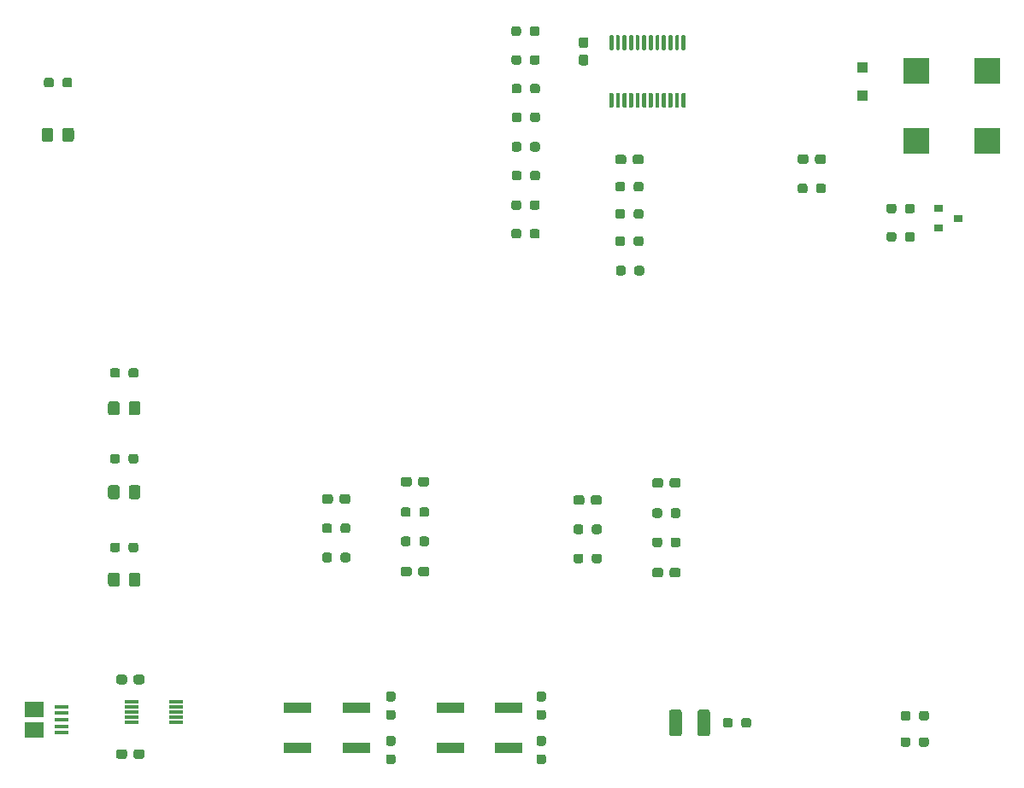
<source format=gbr>
%TF.GenerationSoftware,KiCad,Pcbnew,(5.1.9-0-10_14)*%
%TF.CreationDate,2021-03-10T21:41:09+01:00*%
%TF.ProjectId,MC5000_Board,4d433530-3030-45f4-926f-6172642e6b69,rev?*%
%TF.SameCoordinates,Original*%
%TF.FileFunction,Paste,Top*%
%TF.FilePolarity,Positive*%
%FSLAX46Y46*%
G04 Gerber Fmt 4.6, Leading zero omitted, Abs format (unit mm)*
G04 Created by KiCad (PCBNEW (5.1.9-0-10_14)) date 2021-03-10 21:41:09*
%MOMM*%
%LPD*%
G01*
G04 APERTURE LIST*
%ADD10R,0.900000X0.800000*%
%ADD11R,1.400000X0.300000*%
%ADD12R,2.800000X1.000000*%
%ADD13R,1.100000X1.100000*%
%ADD14R,2.500000X2.500000*%
%ADD15R,1.900000X1.500000*%
%ADD16R,1.350000X0.400000*%
G04 APERTURE END LIST*
D10*
%TO.C,Q1*%
X143130000Y-61950000D03*
X141130000Y-62900000D03*
X141130000Y-61000000D03*
%TD*%
D11*
%TO.C,U5*%
X61200000Y-111900000D03*
X61200000Y-111400000D03*
X61200000Y-110900000D03*
X61200000Y-110400000D03*
X61200000Y-109900000D03*
X65600000Y-109900000D03*
X65600000Y-110400000D03*
X65600000Y-110900000D03*
X65600000Y-111400000D03*
X65600000Y-111900000D03*
%TD*%
%TO.C,R27*%
G36*
G01*
X111025000Y-67387500D02*
X111025000Y-66912500D01*
G75*
G02*
X111262500Y-66675000I237500J0D01*
G01*
X111762500Y-66675000D01*
G75*
G02*
X112000000Y-66912500I0J-237500D01*
G01*
X112000000Y-67387500D01*
G75*
G02*
X111762500Y-67625000I-237500J0D01*
G01*
X111262500Y-67625000D01*
G75*
G02*
X111025000Y-67387500I0J237500D01*
G01*
G37*
G36*
G01*
X109200000Y-67387500D02*
X109200000Y-66912500D01*
G75*
G02*
X109437500Y-66675000I237500J0D01*
G01*
X109937500Y-66675000D01*
G75*
G02*
X110175000Y-66912500I0J-237500D01*
G01*
X110175000Y-67387500D01*
G75*
G02*
X109937500Y-67625000I-237500J0D01*
G01*
X109437500Y-67625000D01*
G75*
G02*
X109200000Y-67387500I0J237500D01*
G01*
G37*
%TD*%
%TO.C,R12*%
G36*
G01*
X129025000Y-59237500D02*
X129025000Y-58762500D01*
G75*
G02*
X129262500Y-58525000I237500J0D01*
G01*
X129762500Y-58525000D01*
G75*
G02*
X130000000Y-58762500I0J-237500D01*
G01*
X130000000Y-59237500D01*
G75*
G02*
X129762500Y-59475000I-237500J0D01*
G01*
X129262500Y-59475000D01*
G75*
G02*
X129025000Y-59237500I0J237500D01*
G01*
G37*
G36*
G01*
X127200000Y-59237500D02*
X127200000Y-58762500D01*
G75*
G02*
X127437500Y-58525000I237500J0D01*
G01*
X127937500Y-58525000D01*
G75*
G02*
X128175000Y-58762500I0J-237500D01*
G01*
X128175000Y-59237500D01*
G75*
G02*
X127937500Y-59475000I-237500J0D01*
G01*
X127437500Y-59475000D01*
G75*
G02*
X127200000Y-59237500I0J237500D01*
G01*
G37*
%TD*%
%TO.C,R26*%
G36*
G01*
X120775000Y-111762500D02*
X120775000Y-112237500D01*
G75*
G02*
X120537500Y-112475000I-237500J0D01*
G01*
X120037500Y-112475000D01*
G75*
G02*
X119800000Y-112237500I0J237500D01*
G01*
X119800000Y-111762500D01*
G75*
G02*
X120037500Y-111525000I237500J0D01*
G01*
X120537500Y-111525000D01*
G75*
G02*
X120775000Y-111762500I0J-237500D01*
G01*
G37*
G36*
G01*
X122600000Y-111762500D02*
X122600000Y-112237500D01*
G75*
G02*
X122362500Y-112475000I-237500J0D01*
G01*
X121862500Y-112475000D01*
G75*
G02*
X121625000Y-112237500I0J237500D01*
G01*
X121625000Y-111762500D01*
G75*
G02*
X121862500Y-111525000I237500J0D01*
G01*
X122362500Y-111525000D01*
G75*
G02*
X122600000Y-111762500I0J-237500D01*
G01*
G37*
%TD*%
%TO.C,R24*%
G36*
G01*
X139225000Y-114137500D02*
X139225000Y-113662500D01*
G75*
G02*
X139462500Y-113425000I237500J0D01*
G01*
X139962500Y-113425000D01*
G75*
G02*
X140200000Y-113662500I0J-237500D01*
G01*
X140200000Y-114137500D01*
G75*
G02*
X139962500Y-114375000I-237500J0D01*
G01*
X139462500Y-114375000D01*
G75*
G02*
X139225000Y-114137500I0J237500D01*
G01*
G37*
G36*
G01*
X137400000Y-114137500D02*
X137400000Y-113662500D01*
G75*
G02*
X137637500Y-113425000I237500J0D01*
G01*
X138137500Y-113425000D01*
G75*
G02*
X138375000Y-113662500I0J-237500D01*
G01*
X138375000Y-114137500D01*
G75*
G02*
X138137500Y-114375000I-237500J0D01*
G01*
X137637500Y-114375000D01*
G75*
G02*
X137400000Y-114137500I0J237500D01*
G01*
G37*
%TD*%
%TO.C,R23*%
G36*
G01*
X138375000Y-111062500D02*
X138375000Y-111537500D01*
G75*
G02*
X138137500Y-111775000I-237500J0D01*
G01*
X137637500Y-111775000D01*
G75*
G02*
X137400000Y-111537500I0J237500D01*
G01*
X137400000Y-111062500D01*
G75*
G02*
X137637500Y-110825000I237500J0D01*
G01*
X138137500Y-110825000D01*
G75*
G02*
X138375000Y-111062500I0J-237500D01*
G01*
G37*
G36*
G01*
X140200000Y-111062500D02*
X140200000Y-111537500D01*
G75*
G02*
X139962500Y-111775000I-237500J0D01*
G01*
X139462500Y-111775000D01*
G75*
G02*
X139225000Y-111537500I0J237500D01*
G01*
X139225000Y-111062500D01*
G75*
G02*
X139462500Y-110825000I237500J0D01*
G01*
X139962500Y-110825000D01*
G75*
G02*
X140200000Y-111062500I0J-237500D01*
G01*
G37*
%TD*%
%TO.C,D6*%
G36*
G01*
X115725000Y-110925000D02*
X115725000Y-113075000D01*
G75*
G02*
X115475000Y-113325000I-250000J0D01*
G01*
X114725000Y-113325000D01*
G75*
G02*
X114475000Y-113075000I0J250000D01*
G01*
X114475000Y-110925000D01*
G75*
G02*
X114725000Y-110675000I250000J0D01*
G01*
X115475000Y-110675000D01*
G75*
G02*
X115725000Y-110925000I0J-250000D01*
G01*
G37*
G36*
G01*
X118525000Y-110925000D02*
X118525000Y-113075000D01*
G75*
G02*
X118275000Y-113325000I-250000J0D01*
G01*
X117525000Y-113325000D01*
G75*
G02*
X117275000Y-113075000I0J250000D01*
G01*
X117275000Y-110925000D01*
G75*
G02*
X117525000Y-110675000I250000J0D01*
G01*
X118275000Y-110675000D01*
G75*
G02*
X118525000Y-110925000I0J-250000D01*
G01*
G37*
%TD*%
%TO.C,R31*%
G36*
G01*
X60925000Y-94837500D02*
X60925000Y-94362500D01*
G75*
G02*
X61162500Y-94125000I237500J0D01*
G01*
X61662500Y-94125000D01*
G75*
G02*
X61900000Y-94362500I0J-237500D01*
G01*
X61900000Y-94837500D01*
G75*
G02*
X61662500Y-95075000I-237500J0D01*
G01*
X61162500Y-95075000D01*
G75*
G02*
X60925000Y-94837500I0J237500D01*
G01*
G37*
G36*
G01*
X59100000Y-94837500D02*
X59100000Y-94362500D01*
G75*
G02*
X59337500Y-94125000I237500J0D01*
G01*
X59837500Y-94125000D01*
G75*
G02*
X60075000Y-94362500I0J-237500D01*
G01*
X60075000Y-94837500D01*
G75*
G02*
X59837500Y-95075000I-237500J0D01*
G01*
X59337500Y-95075000D01*
G75*
G02*
X59100000Y-94837500I0J237500D01*
G01*
G37*
%TD*%
%TO.C,R28*%
G36*
G01*
X60925000Y-86037500D02*
X60925000Y-85562500D01*
G75*
G02*
X61162500Y-85325000I237500J0D01*
G01*
X61662500Y-85325000D01*
G75*
G02*
X61900000Y-85562500I0J-237500D01*
G01*
X61900000Y-86037500D01*
G75*
G02*
X61662500Y-86275000I-237500J0D01*
G01*
X61162500Y-86275000D01*
G75*
G02*
X60925000Y-86037500I0J237500D01*
G01*
G37*
G36*
G01*
X59100000Y-86037500D02*
X59100000Y-85562500D01*
G75*
G02*
X59337500Y-85325000I237500J0D01*
G01*
X59837500Y-85325000D01*
G75*
G02*
X60075000Y-85562500I0J-237500D01*
G01*
X60075000Y-86037500D01*
G75*
G02*
X59837500Y-86275000I-237500J0D01*
G01*
X59337500Y-86275000D01*
G75*
G02*
X59100000Y-86037500I0J237500D01*
G01*
G37*
%TD*%
%TO.C,R25*%
G36*
G01*
X60925000Y-77537500D02*
X60925000Y-77062500D01*
G75*
G02*
X61162500Y-76825000I237500J0D01*
G01*
X61662500Y-76825000D01*
G75*
G02*
X61900000Y-77062500I0J-237500D01*
G01*
X61900000Y-77537500D01*
G75*
G02*
X61662500Y-77775000I-237500J0D01*
G01*
X61162500Y-77775000D01*
G75*
G02*
X60925000Y-77537500I0J237500D01*
G01*
G37*
G36*
G01*
X59100000Y-77537500D02*
X59100000Y-77062500D01*
G75*
G02*
X59337500Y-76825000I237500J0D01*
G01*
X59837500Y-76825000D01*
G75*
G02*
X60075000Y-77062500I0J-237500D01*
G01*
X60075000Y-77537500D01*
G75*
G02*
X59837500Y-77775000I-237500J0D01*
G01*
X59337500Y-77775000D01*
G75*
G02*
X59100000Y-77537500I0J237500D01*
G01*
G37*
%TD*%
%TO.C,R22*%
G36*
G01*
X137825000Y-61237500D02*
X137825000Y-60762500D01*
G75*
G02*
X138062500Y-60525000I237500J0D01*
G01*
X138562500Y-60525000D01*
G75*
G02*
X138800000Y-60762500I0J-237500D01*
G01*
X138800000Y-61237500D01*
G75*
G02*
X138562500Y-61475000I-237500J0D01*
G01*
X138062500Y-61475000D01*
G75*
G02*
X137825000Y-61237500I0J237500D01*
G01*
G37*
G36*
G01*
X136000000Y-61237500D02*
X136000000Y-60762500D01*
G75*
G02*
X136237500Y-60525000I237500J0D01*
G01*
X136737500Y-60525000D01*
G75*
G02*
X136975000Y-60762500I0J-237500D01*
G01*
X136975000Y-61237500D01*
G75*
G02*
X136737500Y-61475000I-237500J0D01*
G01*
X136237500Y-61475000D01*
G75*
G02*
X136000000Y-61237500I0J237500D01*
G01*
G37*
%TD*%
%TO.C,R21*%
G36*
G01*
X136975000Y-63562500D02*
X136975000Y-64037500D01*
G75*
G02*
X136737500Y-64275000I-237500J0D01*
G01*
X136237500Y-64275000D01*
G75*
G02*
X136000000Y-64037500I0J237500D01*
G01*
X136000000Y-63562500D01*
G75*
G02*
X136237500Y-63325000I237500J0D01*
G01*
X136737500Y-63325000D01*
G75*
G02*
X136975000Y-63562500I0J-237500D01*
G01*
G37*
G36*
G01*
X138800000Y-63562500D02*
X138800000Y-64037500D01*
G75*
G02*
X138562500Y-64275000I-237500J0D01*
G01*
X138062500Y-64275000D01*
G75*
G02*
X137825000Y-64037500I0J237500D01*
G01*
X137825000Y-63562500D01*
G75*
G02*
X138062500Y-63325000I237500J0D01*
G01*
X138562500Y-63325000D01*
G75*
G02*
X138800000Y-63562500I0J-237500D01*
G01*
G37*
%TD*%
D12*
%TO.C,SW2*%
X98600000Y-114500000D03*
X92800000Y-114500000D03*
X98600000Y-110500000D03*
X92800000Y-110500000D03*
%TD*%
%TO.C,R35*%
G36*
G01*
X101562500Y-110725000D02*
X102037500Y-110725000D01*
G75*
G02*
X102275000Y-110962500I0J-237500D01*
G01*
X102275000Y-111462500D01*
G75*
G02*
X102037500Y-111700000I-237500J0D01*
G01*
X101562500Y-111700000D01*
G75*
G02*
X101325000Y-111462500I0J237500D01*
G01*
X101325000Y-110962500D01*
G75*
G02*
X101562500Y-110725000I237500J0D01*
G01*
G37*
G36*
G01*
X101562500Y-108900000D02*
X102037500Y-108900000D01*
G75*
G02*
X102275000Y-109137500I0J-237500D01*
G01*
X102275000Y-109637500D01*
G75*
G02*
X102037500Y-109875000I-237500J0D01*
G01*
X101562500Y-109875000D01*
G75*
G02*
X101325000Y-109637500I0J237500D01*
G01*
X101325000Y-109137500D01*
G75*
G02*
X101562500Y-108900000I237500J0D01*
G01*
G37*
%TD*%
%TO.C,R34*%
G36*
G01*
X102037500Y-114275000D02*
X101562500Y-114275000D01*
G75*
G02*
X101325000Y-114037500I0J237500D01*
G01*
X101325000Y-113537500D01*
G75*
G02*
X101562500Y-113300000I237500J0D01*
G01*
X102037500Y-113300000D01*
G75*
G02*
X102275000Y-113537500I0J-237500D01*
G01*
X102275000Y-114037500D01*
G75*
G02*
X102037500Y-114275000I-237500J0D01*
G01*
G37*
G36*
G01*
X102037500Y-116100000D02*
X101562500Y-116100000D01*
G75*
G02*
X101325000Y-115862500I0J237500D01*
G01*
X101325000Y-115362500D01*
G75*
G02*
X101562500Y-115125000I237500J0D01*
G01*
X102037500Y-115125000D01*
G75*
G02*
X102275000Y-115362500I0J-237500D01*
G01*
X102275000Y-115862500D01*
G75*
G02*
X102037500Y-116100000I-237500J0D01*
G01*
G37*
%TD*%
%TO.C,R33*%
G36*
G01*
X86662500Y-110725000D02*
X87137500Y-110725000D01*
G75*
G02*
X87375000Y-110962500I0J-237500D01*
G01*
X87375000Y-111462500D01*
G75*
G02*
X87137500Y-111700000I-237500J0D01*
G01*
X86662500Y-111700000D01*
G75*
G02*
X86425000Y-111462500I0J237500D01*
G01*
X86425000Y-110962500D01*
G75*
G02*
X86662500Y-110725000I237500J0D01*
G01*
G37*
G36*
G01*
X86662500Y-108900000D02*
X87137500Y-108900000D01*
G75*
G02*
X87375000Y-109137500I0J-237500D01*
G01*
X87375000Y-109637500D01*
G75*
G02*
X87137500Y-109875000I-237500J0D01*
G01*
X86662500Y-109875000D01*
G75*
G02*
X86425000Y-109637500I0J237500D01*
G01*
X86425000Y-109137500D01*
G75*
G02*
X86662500Y-108900000I237500J0D01*
G01*
G37*
%TD*%
%TO.C,R32*%
G36*
G01*
X87137500Y-114275000D02*
X86662500Y-114275000D01*
G75*
G02*
X86425000Y-114037500I0J237500D01*
G01*
X86425000Y-113537500D01*
G75*
G02*
X86662500Y-113300000I237500J0D01*
G01*
X87137500Y-113300000D01*
G75*
G02*
X87375000Y-113537500I0J-237500D01*
G01*
X87375000Y-114037500D01*
G75*
G02*
X87137500Y-114275000I-237500J0D01*
G01*
G37*
G36*
G01*
X87137500Y-116100000D02*
X86662500Y-116100000D01*
G75*
G02*
X86425000Y-115862500I0J237500D01*
G01*
X86425000Y-115362500D01*
G75*
G02*
X86662500Y-115125000I237500J0D01*
G01*
X87137500Y-115125000D01*
G75*
G02*
X87375000Y-115362500I0J-237500D01*
G01*
X87375000Y-115862500D01*
G75*
G02*
X87137500Y-116100000I-237500J0D01*
G01*
G37*
%TD*%
%TO.C,SW1*%
X83500000Y-114500000D03*
X77700000Y-114500000D03*
X83500000Y-110500000D03*
X77700000Y-110500000D03*
%TD*%
D13*
%TO.C,D2*%
X133600000Y-49800000D03*
X133600000Y-47000000D03*
%TD*%
%TO.C,D5*%
G36*
G01*
X60950000Y-98250001D02*
X60950000Y-97349999D01*
G75*
G02*
X61199999Y-97100000I249999J0D01*
G01*
X61850001Y-97100000D01*
G75*
G02*
X62100000Y-97349999I0J-249999D01*
G01*
X62100000Y-98250001D01*
G75*
G02*
X61850001Y-98500000I-249999J0D01*
G01*
X61199999Y-98500000D01*
G75*
G02*
X60950000Y-98250001I0J249999D01*
G01*
G37*
G36*
G01*
X58900000Y-98250001D02*
X58900000Y-97349999D01*
G75*
G02*
X59149999Y-97100000I249999J0D01*
G01*
X59800001Y-97100000D01*
G75*
G02*
X60050000Y-97349999I0J-249999D01*
G01*
X60050000Y-98250001D01*
G75*
G02*
X59800001Y-98500000I-249999J0D01*
G01*
X59149999Y-98500000D01*
G75*
G02*
X58900000Y-98250001I0J249999D01*
G01*
G37*
%TD*%
%TO.C,D4*%
G36*
G01*
X60950000Y-89570001D02*
X60950000Y-88669999D01*
G75*
G02*
X61199999Y-88420000I249999J0D01*
G01*
X61850001Y-88420000D01*
G75*
G02*
X62100000Y-88669999I0J-249999D01*
G01*
X62100000Y-89570001D01*
G75*
G02*
X61850001Y-89820000I-249999J0D01*
G01*
X61199999Y-89820000D01*
G75*
G02*
X60950000Y-89570001I0J249999D01*
G01*
G37*
G36*
G01*
X58900000Y-89570001D02*
X58900000Y-88669999D01*
G75*
G02*
X59149999Y-88420000I249999J0D01*
G01*
X59800001Y-88420000D01*
G75*
G02*
X60050000Y-88669999I0J-249999D01*
G01*
X60050000Y-89570001D01*
G75*
G02*
X59800001Y-89820000I-249999J0D01*
G01*
X59149999Y-89820000D01*
G75*
G02*
X58900000Y-89570001I0J249999D01*
G01*
G37*
%TD*%
%TO.C,D3*%
G36*
G01*
X60950000Y-81250001D02*
X60950000Y-80349999D01*
G75*
G02*
X61199999Y-80100000I249999J0D01*
G01*
X61850001Y-80100000D01*
G75*
G02*
X62100000Y-80349999I0J-249999D01*
G01*
X62100000Y-81250001D01*
G75*
G02*
X61850001Y-81500000I-249999J0D01*
G01*
X61199999Y-81500000D01*
G75*
G02*
X60950000Y-81250001I0J249999D01*
G01*
G37*
G36*
G01*
X58900000Y-81250001D02*
X58900000Y-80349999D01*
G75*
G02*
X59149999Y-80100000I249999J0D01*
G01*
X59800001Y-80100000D01*
G75*
G02*
X60050000Y-80349999I0J-249999D01*
G01*
X60050000Y-81250001D01*
G75*
G02*
X59800001Y-81500000I-249999J0D01*
G01*
X59149999Y-81500000D01*
G75*
G02*
X58900000Y-81250001I0J249999D01*
G01*
G37*
%TD*%
%TO.C,C11*%
G36*
G01*
X128275000Y-55862500D02*
X128275000Y-56337500D01*
G75*
G02*
X128037500Y-56575000I-237500J0D01*
G01*
X127437500Y-56575000D01*
G75*
G02*
X127200000Y-56337500I0J237500D01*
G01*
X127200000Y-55862500D01*
G75*
G02*
X127437500Y-55625000I237500J0D01*
G01*
X128037500Y-55625000D01*
G75*
G02*
X128275000Y-55862500I0J-237500D01*
G01*
G37*
G36*
G01*
X130000000Y-55862500D02*
X130000000Y-56337500D01*
G75*
G02*
X129762500Y-56575000I-237500J0D01*
G01*
X129162500Y-56575000D01*
G75*
G02*
X128925000Y-56337500I0J237500D01*
G01*
X128925000Y-55862500D01*
G75*
G02*
X129162500Y-55625000I237500J0D01*
G01*
X129762500Y-55625000D01*
G75*
G02*
X130000000Y-55862500I0J-237500D01*
G01*
G37*
%TD*%
D14*
%TO.C,BZ1*%
X139000000Y-47300000D03*
X139000000Y-54300000D03*
X146000000Y-54300000D03*
X146000000Y-47300000D03*
%TD*%
%TO.C,R20*%
G36*
G01*
X113775000Y-93862500D02*
X113775000Y-94337500D01*
G75*
G02*
X113537500Y-94575000I-237500J0D01*
G01*
X113037500Y-94575000D01*
G75*
G02*
X112800000Y-94337500I0J237500D01*
G01*
X112800000Y-93862500D01*
G75*
G02*
X113037500Y-93625000I237500J0D01*
G01*
X113537500Y-93625000D01*
G75*
G02*
X113775000Y-93862500I0J-237500D01*
G01*
G37*
G36*
G01*
X115600000Y-93862500D02*
X115600000Y-94337500D01*
G75*
G02*
X115362500Y-94575000I-237500J0D01*
G01*
X114862500Y-94575000D01*
G75*
G02*
X114625000Y-94337500I0J237500D01*
G01*
X114625000Y-93862500D01*
G75*
G02*
X114862500Y-93625000I237500J0D01*
G01*
X115362500Y-93625000D01*
G75*
G02*
X115600000Y-93862500I0J-237500D01*
G01*
G37*
%TD*%
%TO.C,R19*%
G36*
G01*
X114625000Y-91437500D02*
X114625000Y-90962500D01*
G75*
G02*
X114862500Y-90725000I237500J0D01*
G01*
X115362500Y-90725000D01*
G75*
G02*
X115600000Y-90962500I0J-237500D01*
G01*
X115600000Y-91437500D01*
G75*
G02*
X115362500Y-91675000I-237500J0D01*
G01*
X114862500Y-91675000D01*
G75*
G02*
X114625000Y-91437500I0J237500D01*
G01*
G37*
G36*
G01*
X112800000Y-91437500D02*
X112800000Y-90962500D01*
G75*
G02*
X113037500Y-90725000I237500J0D01*
G01*
X113537500Y-90725000D01*
G75*
G02*
X113775000Y-90962500I0J-237500D01*
G01*
X113775000Y-91437500D01*
G75*
G02*
X113537500Y-91675000I-237500J0D01*
G01*
X113037500Y-91675000D01*
G75*
G02*
X112800000Y-91437500I0J237500D01*
G01*
G37*
%TD*%
%TO.C,R18*%
G36*
G01*
X105975000Y-92562500D02*
X105975000Y-93037500D01*
G75*
G02*
X105737500Y-93275000I-237500J0D01*
G01*
X105237500Y-93275000D01*
G75*
G02*
X105000000Y-93037500I0J237500D01*
G01*
X105000000Y-92562500D01*
G75*
G02*
X105237500Y-92325000I237500J0D01*
G01*
X105737500Y-92325000D01*
G75*
G02*
X105975000Y-92562500I0J-237500D01*
G01*
G37*
G36*
G01*
X107800000Y-92562500D02*
X107800000Y-93037500D01*
G75*
G02*
X107562500Y-93275000I-237500J0D01*
G01*
X107062500Y-93275000D01*
G75*
G02*
X106825000Y-93037500I0J237500D01*
G01*
X106825000Y-92562500D01*
G75*
G02*
X107062500Y-92325000I237500J0D01*
G01*
X107562500Y-92325000D01*
G75*
G02*
X107800000Y-92562500I0J-237500D01*
G01*
G37*
%TD*%
%TO.C,R17*%
G36*
G01*
X106825000Y-95937500D02*
X106825000Y-95462500D01*
G75*
G02*
X107062500Y-95225000I237500J0D01*
G01*
X107562500Y-95225000D01*
G75*
G02*
X107800000Y-95462500I0J-237500D01*
G01*
X107800000Y-95937500D01*
G75*
G02*
X107562500Y-96175000I-237500J0D01*
G01*
X107062500Y-96175000D01*
G75*
G02*
X106825000Y-95937500I0J237500D01*
G01*
G37*
G36*
G01*
X105000000Y-95937500D02*
X105000000Y-95462500D01*
G75*
G02*
X105237500Y-95225000I237500J0D01*
G01*
X105737500Y-95225000D01*
G75*
G02*
X105975000Y-95462500I0J-237500D01*
G01*
X105975000Y-95937500D01*
G75*
G02*
X105737500Y-96175000I-237500J0D01*
G01*
X105237500Y-96175000D01*
G75*
G02*
X105000000Y-95937500I0J237500D01*
G01*
G37*
%TD*%
%TO.C,C10*%
G36*
G01*
X114525000Y-97337500D02*
X114525000Y-96862500D01*
G75*
G02*
X114762500Y-96625000I237500J0D01*
G01*
X115362500Y-96625000D01*
G75*
G02*
X115600000Y-96862500I0J-237500D01*
G01*
X115600000Y-97337500D01*
G75*
G02*
X115362500Y-97575000I-237500J0D01*
G01*
X114762500Y-97575000D01*
G75*
G02*
X114525000Y-97337500I0J237500D01*
G01*
G37*
G36*
G01*
X112800000Y-97337500D02*
X112800000Y-96862500D01*
G75*
G02*
X113037500Y-96625000I237500J0D01*
G01*
X113637500Y-96625000D01*
G75*
G02*
X113875000Y-96862500I0J-237500D01*
G01*
X113875000Y-97337500D01*
G75*
G02*
X113637500Y-97575000I-237500J0D01*
G01*
X113037500Y-97575000D01*
G75*
G02*
X112800000Y-97337500I0J237500D01*
G01*
G37*
%TD*%
%TO.C,C9*%
G36*
G01*
X114525000Y-88437500D02*
X114525000Y-87962500D01*
G75*
G02*
X114762500Y-87725000I237500J0D01*
G01*
X115362500Y-87725000D01*
G75*
G02*
X115600000Y-87962500I0J-237500D01*
G01*
X115600000Y-88437500D01*
G75*
G02*
X115362500Y-88675000I-237500J0D01*
G01*
X114762500Y-88675000D01*
G75*
G02*
X114525000Y-88437500I0J237500D01*
G01*
G37*
G36*
G01*
X112800000Y-88437500D02*
X112800000Y-87962500D01*
G75*
G02*
X113037500Y-87725000I237500J0D01*
G01*
X113637500Y-87725000D01*
G75*
G02*
X113875000Y-87962500I0J-237500D01*
G01*
X113875000Y-88437500D01*
G75*
G02*
X113637500Y-88675000I-237500J0D01*
G01*
X113037500Y-88675000D01*
G75*
G02*
X112800000Y-88437500I0J237500D01*
G01*
G37*
%TD*%
%TO.C,C8*%
G36*
G01*
X106075000Y-89662500D02*
X106075000Y-90137500D01*
G75*
G02*
X105837500Y-90375000I-237500J0D01*
G01*
X105237500Y-90375000D01*
G75*
G02*
X105000000Y-90137500I0J237500D01*
G01*
X105000000Y-89662500D01*
G75*
G02*
X105237500Y-89425000I237500J0D01*
G01*
X105837500Y-89425000D01*
G75*
G02*
X106075000Y-89662500I0J-237500D01*
G01*
G37*
G36*
G01*
X107800000Y-89662500D02*
X107800000Y-90137500D01*
G75*
G02*
X107562500Y-90375000I-237500J0D01*
G01*
X106962500Y-90375000D01*
G75*
G02*
X106725000Y-90137500I0J237500D01*
G01*
X106725000Y-89662500D01*
G75*
G02*
X106962500Y-89425000I237500J0D01*
G01*
X107562500Y-89425000D01*
G75*
G02*
X107800000Y-89662500I0J-237500D01*
G01*
G37*
%TD*%
%TO.C,R16*%
G36*
G01*
X88875000Y-93762500D02*
X88875000Y-94237500D01*
G75*
G02*
X88637500Y-94475000I-237500J0D01*
G01*
X88137500Y-94475000D01*
G75*
G02*
X87900000Y-94237500I0J237500D01*
G01*
X87900000Y-93762500D01*
G75*
G02*
X88137500Y-93525000I237500J0D01*
G01*
X88637500Y-93525000D01*
G75*
G02*
X88875000Y-93762500I0J-237500D01*
G01*
G37*
G36*
G01*
X90700000Y-93762500D02*
X90700000Y-94237500D01*
G75*
G02*
X90462500Y-94475000I-237500J0D01*
G01*
X89962500Y-94475000D01*
G75*
G02*
X89725000Y-94237500I0J237500D01*
G01*
X89725000Y-93762500D01*
G75*
G02*
X89962500Y-93525000I237500J0D01*
G01*
X90462500Y-93525000D01*
G75*
G02*
X90700000Y-93762500I0J-237500D01*
G01*
G37*
%TD*%
%TO.C,R15*%
G36*
G01*
X89725000Y-91337500D02*
X89725000Y-90862500D01*
G75*
G02*
X89962500Y-90625000I237500J0D01*
G01*
X90462500Y-90625000D01*
G75*
G02*
X90700000Y-90862500I0J-237500D01*
G01*
X90700000Y-91337500D01*
G75*
G02*
X90462500Y-91575000I-237500J0D01*
G01*
X89962500Y-91575000D01*
G75*
G02*
X89725000Y-91337500I0J237500D01*
G01*
G37*
G36*
G01*
X87900000Y-91337500D02*
X87900000Y-90862500D01*
G75*
G02*
X88137500Y-90625000I237500J0D01*
G01*
X88637500Y-90625000D01*
G75*
G02*
X88875000Y-90862500I0J-237500D01*
G01*
X88875000Y-91337500D01*
G75*
G02*
X88637500Y-91575000I-237500J0D01*
G01*
X88137500Y-91575000D01*
G75*
G02*
X87900000Y-91337500I0J237500D01*
G01*
G37*
%TD*%
%TO.C,R14*%
G36*
G01*
X81075000Y-92462500D02*
X81075000Y-92937500D01*
G75*
G02*
X80837500Y-93175000I-237500J0D01*
G01*
X80337500Y-93175000D01*
G75*
G02*
X80100000Y-92937500I0J237500D01*
G01*
X80100000Y-92462500D01*
G75*
G02*
X80337500Y-92225000I237500J0D01*
G01*
X80837500Y-92225000D01*
G75*
G02*
X81075000Y-92462500I0J-237500D01*
G01*
G37*
G36*
G01*
X82900000Y-92462500D02*
X82900000Y-92937500D01*
G75*
G02*
X82662500Y-93175000I-237500J0D01*
G01*
X82162500Y-93175000D01*
G75*
G02*
X81925000Y-92937500I0J237500D01*
G01*
X81925000Y-92462500D01*
G75*
G02*
X82162500Y-92225000I237500J0D01*
G01*
X82662500Y-92225000D01*
G75*
G02*
X82900000Y-92462500I0J-237500D01*
G01*
G37*
%TD*%
%TO.C,R13*%
G36*
G01*
X81925000Y-95837500D02*
X81925000Y-95362500D01*
G75*
G02*
X82162500Y-95125000I237500J0D01*
G01*
X82662500Y-95125000D01*
G75*
G02*
X82900000Y-95362500I0J-237500D01*
G01*
X82900000Y-95837500D01*
G75*
G02*
X82662500Y-96075000I-237500J0D01*
G01*
X82162500Y-96075000D01*
G75*
G02*
X81925000Y-95837500I0J237500D01*
G01*
G37*
G36*
G01*
X80100000Y-95837500D02*
X80100000Y-95362500D01*
G75*
G02*
X80337500Y-95125000I237500J0D01*
G01*
X80837500Y-95125000D01*
G75*
G02*
X81075000Y-95362500I0J-237500D01*
G01*
X81075000Y-95837500D01*
G75*
G02*
X80837500Y-96075000I-237500J0D01*
G01*
X80337500Y-96075000D01*
G75*
G02*
X80100000Y-95837500I0J237500D01*
G01*
G37*
%TD*%
%TO.C,C7*%
G36*
G01*
X89625000Y-97237500D02*
X89625000Y-96762500D01*
G75*
G02*
X89862500Y-96525000I237500J0D01*
G01*
X90462500Y-96525000D01*
G75*
G02*
X90700000Y-96762500I0J-237500D01*
G01*
X90700000Y-97237500D01*
G75*
G02*
X90462500Y-97475000I-237500J0D01*
G01*
X89862500Y-97475000D01*
G75*
G02*
X89625000Y-97237500I0J237500D01*
G01*
G37*
G36*
G01*
X87900000Y-97237500D02*
X87900000Y-96762500D01*
G75*
G02*
X88137500Y-96525000I237500J0D01*
G01*
X88737500Y-96525000D01*
G75*
G02*
X88975000Y-96762500I0J-237500D01*
G01*
X88975000Y-97237500D01*
G75*
G02*
X88737500Y-97475000I-237500J0D01*
G01*
X88137500Y-97475000D01*
G75*
G02*
X87900000Y-97237500I0J237500D01*
G01*
G37*
%TD*%
%TO.C,C6*%
G36*
G01*
X89625000Y-88337500D02*
X89625000Y-87862500D01*
G75*
G02*
X89862500Y-87625000I237500J0D01*
G01*
X90462500Y-87625000D01*
G75*
G02*
X90700000Y-87862500I0J-237500D01*
G01*
X90700000Y-88337500D01*
G75*
G02*
X90462500Y-88575000I-237500J0D01*
G01*
X89862500Y-88575000D01*
G75*
G02*
X89625000Y-88337500I0J237500D01*
G01*
G37*
G36*
G01*
X87900000Y-88337500D02*
X87900000Y-87862500D01*
G75*
G02*
X88137500Y-87625000I237500J0D01*
G01*
X88737500Y-87625000D01*
G75*
G02*
X88975000Y-87862500I0J-237500D01*
G01*
X88975000Y-88337500D01*
G75*
G02*
X88737500Y-88575000I-237500J0D01*
G01*
X88137500Y-88575000D01*
G75*
G02*
X87900000Y-88337500I0J237500D01*
G01*
G37*
%TD*%
%TO.C,C5*%
G36*
G01*
X81175000Y-89562500D02*
X81175000Y-90037500D01*
G75*
G02*
X80937500Y-90275000I-237500J0D01*
G01*
X80337500Y-90275000D01*
G75*
G02*
X80100000Y-90037500I0J237500D01*
G01*
X80100000Y-89562500D01*
G75*
G02*
X80337500Y-89325000I237500J0D01*
G01*
X80937500Y-89325000D01*
G75*
G02*
X81175000Y-89562500I0J-237500D01*
G01*
G37*
G36*
G01*
X82900000Y-89562500D02*
X82900000Y-90037500D01*
G75*
G02*
X82662500Y-90275000I-237500J0D01*
G01*
X82062500Y-90275000D01*
G75*
G02*
X81825000Y-90037500I0J237500D01*
G01*
X81825000Y-89562500D01*
G75*
G02*
X82062500Y-89325000I237500J0D01*
G01*
X82662500Y-89325000D01*
G75*
G02*
X82900000Y-89562500I0J-237500D01*
G01*
G37*
%TD*%
%TO.C,R12*%
G36*
G01*
X110117800Y-58592700D02*
X110117800Y-59067700D01*
G75*
G02*
X109880300Y-59305200I-237500J0D01*
G01*
X109380300Y-59305200D01*
G75*
G02*
X109142800Y-59067700I0J237500D01*
G01*
X109142800Y-58592700D01*
G75*
G02*
X109380300Y-58355200I237500J0D01*
G01*
X109880300Y-58355200D01*
G75*
G02*
X110117800Y-58592700I0J-237500D01*
G01*
G37*
G36*
G01*
X111942800Y-58592700D02*
X111942800Y-59067700D01*
G75*
G02*
X111705300Y-59305200I-237500J0D01*
G01*
X111205300Y-59305200D01*
G75*
G02*
X110967800Y-59067700I0J237500D01*
G01*
X110967800Y-58592700D01*
G75*
G02*
X111205300Y-58355200I237500J0D01*
G01*
X111705300Y-58355200D01*
G75*
G02*
X111942800Y-58592700I0J-237500D01*
G01*
G37*
%TD*%
%TO.C,R11*%
G36*
G01*
X110117800Y-61292700D02*
X110117800Y-61767700D01*
G75*
G02*
X109880300Y-62005200I-237500J0D01*
G01*
X109380300Y-62005200D01*
G75*
G02*
X109142800Y-61767700I0J237500D01*
G01*
X109142800Y-61292700D01*
G75*
G02*
X109380300Y-61055200I237500J0D01*
G01*
X109880300Y-61055200D01*
G75*
G02*
X110117800Y-61292700I0J-237500D01*
G01*
G37*
G36*
G01*
X111942800Y-61292700D02*
X111942800Y-61767700D01*
G75*
G02*
X111705300Y-62005200I-237500J0D01*
G01*
X111205300Y-62005200D01*
G75*
G02*
X110967800Y-61767700I0J237500D01*
G01*
X110967800Y-61292700D01*
G75*
G02*
X111205300Y-61055200I237500J0D01*
G01*
X111705300Y-61055200D01*
G75*
G02*
X111942800Y-61292700I0J-237500D01*
G01*
G37*
%TD*%
%TO.C,R10*%
G36*
G01*
X110967800Y-64467700D02*
X110967800Y-63992700D01*
G75*
G02*
X111205300Y-63755200I237500J0D01*
G01*
X111705300Y-63755200D01*
G75*
G02*
X111942800Y-63992700I0J-237500D01*
G01*
X111942800Y-64467700D01*
G75*
G02*
X111705300Y-64705200I-237500J0D01*
G01*
X111205300Y-64705200D01*
G75*
G02*
X110967800Y-64467700I0J237500D01*
G01*
G37*
G36*
G01*
X109142800Y-64467700D02*
X109142800Y-63992700D01*
G75*
G02*
X109380300Y-63755200I237500J0D01*
G01*
X109880300Y-63755200D01*
G75*
G02*
X110117800Y-63992700I0J-237500D01*
G01*
X110117800Y-64467700D01*
G75*
G02*
X109880300Y-64705200I-237500J0D01*
G01*
X109380300Y-64705200D01*
G75*
G02*
X109142800Y-64467700I0J237500D01*
G01*
G37*
%TD*%
%TO.C,C4*%
G36*
G01*
X110217800Y-55892700D02*
X110217800Y-56367700D01*
G75*
G02*
X109980300Y-56605200I-237500J0D01*
G01*
X109380300Y-56605200D01*
G75*
G02*
X109142800Y-56367700I0J237500D01*
G01*
X109142800Y-55892700D01*
G75*
G02*
X109380300Y-55655200I237500J0D01*
G01*
X109980300Y-55655200D01*
G75*
G02*
X110217800Y-55892700I0J-237500D01*
G01*
G37*
G36*
G01*
X111942800Y-55892700D02*
X111942800Y-56367700D01*
G75*
G02*
X111705300Y-56605200I-237500J0D01*
G01*
X111105300Y-56605200D01*
G75*
G02*
X110867800Y-56367700I0J237500D01*
G01*
X110867800Y-55892700D01*
G75*
G02*
X111105300Y-55655200I237500J0D01*
G01*
X111705300Y-55655200D01*
G75*
G02*
X111942800Y-55892700I0J-237500D01*
G01*
G37*
%TD*%
%TO.C,D1*%
G36*
G01*
X53474200Y-53237799D02*
X53474200Y-54137801D01*
G75*
G02*
X53224201Y-54387800I-249999J0D01*
G01*
X52574199Y-54387800D01*
G75*
G02*
X52324200Y-54137801I0J249999D01*
G01*
X52324200Y-53237799D01*
G75*
G02*
X52574199Y-52987800I249999J0D01*
G01*
X53224201Y-52987800D01*
G75*
G02*
X53474200Y-53237799I0J-249999D01*
G01*
G37*
G36*
G01*
X55524200Y-53237799D02*
X55524200Y-54137801D01*
G75*
G02*
X55274201Y-54387800I-249999J0D01*
G01*
X54624199Y-54387800D01*
G75*
G02*
X54374200Y-54137801I0J249999D01*
G01*
X54374200Y-53237799D01*
G75*
G02*
X54624199Y-52987800I249999J0D01*
G01*
X55274201Y-52987800D01*
G75*
G02*
X55524200Y-53237799I0J-249999D01*
G01*
G37*
%TD*%
%TO.C,R9*%
G36*
G01*
X54375000Y-48737500D02*
X54375000Y-48262500D01*
G75*
G02*
X54612500Y-48025000I237500J0D01*
G01*
X55112500Y-48025000D01*
G75*
G02*
X55350000Y-48262500I0J-237500D01*
G01*
X55350000Y-48737500D01*
G75*
G02*
X55112500Y-48975000I-237500J0D01*
G01*
X54612500Y-48975000D01*
G75*
G02*
X54375000Y-48737500I0J237500D01*
G01*
G37*
G36*
G01*
X52550000Y-48737500D02*
X52550000Y-48262500D01*
G75*
G02*
X52787500Y-48025000I237500J0D01*
G01*
X53287500Y-48025000D01*
G75*
G02*
X53525000Y-48262500I0J-237500D01*
G01*
X53525000Y-48737500D01*
G75*
G02*
X53287500Y-48975000I-237500J0D01*
G01*
X52787500Y-48975000D01*
G75*
G02*
X52550000Y-48737500I0J237500D01*
G01*
G37*
%TD*%
%TO.C,C3*%
G36*
G01*
X106237500Y-45075000D02*
X105762500Y-45075000D01*
G75*
G02*
X105525000Y-44837500I0J237500D01*
G01*
X105525000Y-44237500D01*
G75*
G02*
X105762500Y-44000000I237500J0D01*
G01*
X106237500Y-44000000D01*
G75*
G02*
X106475000Y-44237500I0J-237500D01*
G01*
X106475000Y-44837500D01*
G75*
G02*
X106237500Y-45075000I-237500J0D01*
G01*
G37*
G36*
G01*
X106237500Y-46800000D02*
X105762500Y-46800000D01*
G75*
G02*
X105525000Y-46562500I0J237500D01*
G01*
X105525000Y-45962500D01*
G75*
G02*
X105762500Y-45725000I237500J0D01*
G01*
X106237500Y-45725000D01*
G75*
G02*
X106475000Y-45962500I0J-237500D01*
G01*
X106475000Y-46562500D01*
G75*
G02*
X106237500Y-46800000I-237500J0D01*
G01*
G37*
%TD*%
D15*
%TO.C,J1*%
X51562500Y-110700000D03*
D16*
X54262500Y-111700000D03*
X54262500Y-112350000D03*
X54262500Y-113000000D03*
X54262500Y-110400000D03*
X54262500Y-111050000D03*
D15*
X51562500Y-112700000D03*
%TD*%
%TO.C,U8*%
G36*
G01*
X108855000Y-45275000D02*
X108655000Y-45275000D01*
G75*
G02*
X108555000Y-45175000I0J100000D01*
G01*
X108555000Y-43900000D01*
G75*
G02*
X108655000Y-43800000I100000J0D01*
G01*
X108855000Y-43800000D01*
G75*
G02*
X108955000Y-43900000I0J-100000D01*
G01*
X108955000Y-45175000D01*
G75*
G02*
X108855000Y-45275000I-100000J0D01*
G01*
G37*
G36*
G01*
X109505000Y-45275000D02*
X109305000Y-45275000D01*
G75*
G02*
X109205000Y-45175000I0J100000D01*
G01*
X109205000Y-43900000D01*
G75*
G02*
X109305000Y-43800000I100000J0D01*
G01*
X109505000Y-43800000D01*
G75*
G02*
X109605000Y-43900000I0J-100000D01*
G01*
X109605000Y-45175000D01*
G75*
G02*
X109505000Y-45275000I-100000J0D01*
G01*
G37*
G36*
G01*
X110155000Y-45275000D02*
X109955000Y-45275000D01*
G75*
G02*
X109855000Y-45175000I0J100000D01*
G01*
X109855000Y-43900000D01*
G75*
G02*
X109955000Y-43800000I100000J0D01*
G01*
X110155000Y-43800000D01*
G75*
G02*
X110255000Y-43900000I0J-100000D01*
G01*
X110255000Y-45175000D01*
G75*
G02*
X110155000Y-45275000I-100000J0D01*
G01*
G37*
G36*
G01*
X110805000Y-45275000D02*
X110605000Y-45275000D01*
G75*
G02*
X110505000Y-45175000I0J100000D01*
G01*
X110505000Y-43900000D01*
G75*
G02*
X110605000Y-43800000I100000J0D01*
G01*
X110805000Y-43800000D01*
G75*
G02*
X110905000Y-43900000I0J-100000D01*
G01*
X110905000Y-45175000D01*
G75*
G02*
X110805000Y-45275000I-100000J0D01*
G01*
G37*
G36*
G01*
X111455000Y-45275000D02*
X111255000Y-45275000D01*
G75*
G02*
X111155000Y-45175000I0J100000D01*
G01*
X111155000Y-43900000D01*
G75*
G02*
X111255000Y-43800000I100000J0D01*
G01*
X111455000Y-43800000D01*
G75*
G02*
X111555000Y-43900000I0J-100000D01*
G01*
X111555000Y-45175000D01*
G75*
G02*
X111455000Y-45275000I-100000J0D01*
G01*
G37*
G36*
G01*
X112105000Y-45275000D02*
X111905000Y-45275000D01*
G75*
G02*
X111805000Y-45175000I0J100000D01*
G01*
X111805000Y-43900000D01*
G75*
G02*
X111905000Y-43800000I100000J0D01*
G01*
X112105000Y-43800000D01*
G75*
G02*
X112205000Y-43900000I0J-100000D01*
G01*
X112205000Y-45175000D01*
G75*
G02*
X112105000Y-45275000I-100000J0D01*
G01*
G37*
G36*
G01*
X112755000Y-45275000D02*
X112555000Y-45275000D01*
G75*
G02*
X112455000Y-45175000I0J100000D01*
G01*
X112455000Y-43900000D01*
G75*
G02*
X112555000Y-43800000I100000J0D01*
G01*
X112755000Y-43800000D01*
G75*
G02*
X112855000Y-43900000I0J-100000D01*
G01*
X112855000Y-45175000D01*
G75*
G02*
X112755000Y-45275000I-100000J0D01*
G01*
G37*
G36*
G01*
X113405000Y-45275000D02*
X113205000Y-45275000D01*
G75*
G02*
X113105000Y-45175000I0J100000D01*
G01*
X113105000Y-43900000D01*
G75*
G02*
X113205000Y-43800000I100000J0D01*
G01*
X113405000Y-43800000D01*
G75*
G02*
X113505000Y-43900000I0J-100000D01*
G01*
X113505000Y-45175000D01*
G75*
G02*
X113405000Y-45275000I-100000J0D01*
G01*
G37*
G36*
G01*
X114055000Y-45275000D02*
X113855000Y-45275000D01*
G75*
G02*
X113755000Y-45175000I0J100000D01*
G01*
X113755000Y-43900000D01*
G75*
G02*
X113855000Y-43800000I100000J0D01*
G01*
X114055000Y-43800000D01*
G75*
G02*
X114155000Y-43900000I0J-100000D01*
G01*
X114155000Y-45175000D01*
G75*
G02*
X114055000Y-45275000I-100000J0D01*
G01*
G37*
G36*
G01*
X114705000Y-45275000D02*
X114505000Y-45275000D01*
G75*
G02*
X114405000Y-45175000I0J100000D01*
G01*
X114405000Y-43900000D01*
G75*
G02*
X114505000Y-43800000I100000J0D01*
G01*
X114705000Y-43800000D01*
G75*
G02*
X114805000Y-43900000I0J-100000D01*
G01*
X114805000Y-45175000D01*
G75*
G02*
X114705000Y-45275000I-100000J0D01*
G01*
G37*
G36*
G01*
X115355000Y-45275000D02*
X115155000Y-45275000D01*
G75*
G02*
X115055000Y-45175000I0J100000D01*
G01*
X115055000Y-43900000D01*
G75*
G02*
X115155000Y-43800000I100000J0D01*
G01*
X115355000Y-43800000D01*
G75*
G02*
X115455000Y-43900000I0J-100000D01*
G01*
X115455000Y-45175000D01*
G75*
G02*
X115355000Y-45275000I-100000J0D01*
G01*
G37*
G36*
G01*
X116005000Y-45275000D02*
X115805000Y-45275000D01*
G75*
G02*
X115705000Y-45175000I0J100000D01*
G01*
X115705000Y-43900000D01*
G75*
G02*
X115805000Y-43800000I100000J0D01*
G01*
X116005000Y-43800000D01*
G75*
G02*
X116105000Y-43900000I0J-100000D01*
G01*
X116105000Y-45175000D01*
G75*
G02*
X116005000Y-45275000I-100000J0D01*
G01*
G37*
G36*
G01*
X116005000Y-51000000D02*
X115805000Y-51000000D01*
G75*
G02*
X115705000Y-50900000I0J100000D01*
G01*
X115705000Y-49625000D01*
G75*
G02*
X115805000Y-49525000I100000J0D01*
G01*
X116005000Y-49525000D01*
G75*
G02*
X116105000Y-49625000I0J-100000D01*
G01*
X116105000Y-50900000D01*
G75*
G02*
X116005000Y-51000000I-100000J0D01*
G01*
G37*
G36*
G01*
X115355000Y-51000000D02*
X115155000Y-51000000D01*
G75*
G02*
X115055000Y-50900000I0J100000D01*
G01*
X115055000Y-49625000D01*
G75*
G02*
X115155000Y-49525000I100000J0D01*
G01*
X115355000Y-49525000D01*
G75*
G02*
X115455000Y-49625000I0J-100000D01*
G01*
X115455000Y-50900000D01*
G75*
G02*
X115355000Y-51000000I-100000J0D01*
G01*
G37*
G36*
G01*
X114705000Y-51000000D02*
X114505000Y-51000000D01*
G75*
G02*
X114405000Y-50900000I0J100000D01*
G01*
X114405000Y-49625000D01*
G75*
G02*
X114505000Y-49525000I100000J0D01*
G01*
X114705000Y-49525000D01*
G75*
G02*
X114805000Y-49625000I0J-100000D01*
G01*
X114805000Y-50900000D01*
G75*
G02*
X114705000Y-51000000I-100000J0D01*
G01*
G37*
G36*
G01*
X114055000Y-51000000D02*
X113855000Y-51000000D01*
G75*
G02*
X113755000Y-50900000I0J100000D01*
G01*
X113755000Y-49625000D01*
G75*
G02*
X113855000Y-49525000I100000J0D01*
G01*
X114055000Y-49525000D01*
G75*
G02*
X114155000Y-49625000I0J-100000D01*
G01*
X114155000Y-50900000D01*
G75*
G02*
X114055000Y-51000000I-100000J0D01*
G01*
G37*
G36*
G01*
X113405000Y-51000000D02*
X113205000Y-51000000D01*
G75*
G02*
X113105000Y-50900000I0J100000D01*
G01*
X113105000Y-49625000D01*
G75*
G02*
X113205000Y-49525000I100000J0D01*
G01*
X113405000Y-49525000D01*
G75*
G02*
X113505000Y-49625000I0J-100000D01*
G01*
X113505000Y-50900000D01*
G75*
G02*
X113405000Y-51000000I-100000J0D01*
G01*
G37*
G36*
G01*
X112755000Y-51000000D02*
X112555000Y-51000000D01*
G75*
G02*
X112455000Y-50900000I0J100000D01*
G01*
X112455000Y-49625000D01*
G75*
G02*
X112555000Y-49525000I100000J0D01*
G01*
X112755000Y-49525000D01*
G75*
G02*
X112855000Y-49625000I0J-100000D01*
G01*
X112855000Y-50900000D01*
G75*
G02*
X112755000Y-51000000I-100000J0D01*
G01*
G37*
G36*
G01*
X112105000Y-51000000D02*
X111905000Y-51000000D01*
G75*
G02*
X111805000Y-50900000I0J100000D01*
G01*
X111805000Y-49625000D01*
G75*
G02*
X111905000Y-49525000I100000J0D01*
G01*
X112105000Y-49525000D01*
G75*
G02*
X112205000Y-49625000I0J-100000D01*
G01*
X112205000Y-50900000D01*
G75*
G02*
X112105000Y-51000000I-100000J0D01*
G01*
G37*
G36*
G01*
X111455000Y-51000000D02*
X111255000Y-51000000D01*
G75*
G02*
X111155000Y-50900000I0J100000D01*
G01*
X111155000Y-49625000D01*
G75*
G02*
X111255000Y-49525000I100000J0D01*
G01*
X111455000Y-49525000D01*
G75*
G02*
X111555000Y-49625000I0J-100000D01*
G01*
X111555000Y-50900000D01*
G75*
G02*
X111455000Y-51000000I-100000J0D01*
G01*
G37*
G36*
G01*
X110805000Y-51000000D02*
X110605000Y-51000000D01*
G75*
G02*
X110505000Y-50900000I0J100000D01*
G01*
X110505000Y-49625000D01*
G75*
G02*
X110605000Y-49525000I100000J0D01*
G01*
X110805000Y-49525000D01*
G75*
G02*
X110905000Y-49625000I0J-100000D01*
G01*
X110905000Y-50900000D01*
G75*
G02*
X110805000Y-51000000I-100000J0D01*
G01*
G37*
G36*
G01*
X110155000Y-51000000D02*
X109955000Y-51000000D01*
G75*
G02*
X109855000Y-50900000I0J100000D01*
G01*
X109855000Y-49625000D01*
G75*
G02*
X109955000Y-49525000I100000J0D01*
G01*
X110155000Y-49525000D01*
G75*
G02*
X110255000Y-49625000I0J-100000D01*
G01*
X110255000Y-50900000D01*
G75*
G02*
X110155000Y-51000000I-100000J0D01*
G01*
G37*
G36*
G01*
X109505000Y-51000000D02*
X109305000Y-51000000D01*
G75*
G02*
X109205000Y-50900000I0J100000D01*
G01*
X109205000Y-49625000D01*
G75*
G02*
X109305000Y-49525000I100000J0D01*
G01*
X109505000Y-49525000D01*
G75*
G02*
X109605000Y-49625000I0J-100000D01*
G01*
X109605000Y-50900000D01*
G75*
G02*
X109505000Y-51000000I-100000J0D01*
G01*
G37*
G36*
G01*
X108855000Y-51000000D02*
X108655000Y-51000000D01*
G75*
G02*
X108555000Y-50900000I0J100000D01*
G01*
X108555000Y-49625000D01*
G75*
G02*
X108655000Y-49525000I100000J0D01*
G01*
X108855000Y-49525000D01*
G75*
G02*
X108955000Y-49625000I0J-100000D01*
G01*
X108955000Y-50900000D01*
G75*
G02*
X108855000Y-51000000I-100000J0D01*
G01*
G37*
%TD*%
%TO.C,R8*%
G36*
G01*
X100675000Y-60887500D02*
X100675000Y-60412500D01*
G75*
G02*
X100912500Y-60175000I237500J0D01*
G01*
X101412500Y-60175000D01*
G75*
G02*
X101650000Y-60412500I0J-237500D01*
G01*
X101650000Y-60887500D01*
G75*
G02*
X101412500Y-61125000I-237500J0D01*
G01*
X100912500Y-61125000D01*
G75*
G02*
X100675000Y-60887500I0J237500D01*
G01*
G37*
G36*
G01*
X98850000Y-60887500D02*
X98850000Y-60412500D01*
G75*
G02*
X99087500Y-60175000I237500J0D01*
G01*
X99587500Y-60175000D01*
G75*
G02*
X99825000Y-60412500I0J-237500D01*
G01*
X99825000Y-60887500D01*
G75*
G02*
X99587500Y-61125000I-237500J0D01*
G01*
X99087500Y-61125000D01*
G75*
G02*
X98850000Y-60887500I0J237500D01*
G01*
G37*
%TD*%
%TO.C,R7*%
G36*
G01*
X100705000Y-55108926D02*
X100705000Y-54633926D01*
G75*
G02*
X100942500Y-54396426I237500J0D01*
G01*
X101442500Y-54396426D01*
G75*
G02*
X101680000Y-54633926I0J-237500D01*
G01*
X101680000Y-55108926D01*
G75*
G02*
X101442500Y-55346426I-237500J0D01*
G01*
X100942500Y-55346426D01*
G75*
G02*
X100705000Y-55108926I0J237500D01*
G01*
G37*
G36*
G01*
X98880000Y-55108926D02*
X98880000Y-54633926D01*
G75*
G02*
X99117500Y-54396426I237500J0D01*
G01*
X99617500Y-54396426D01*
G75*
G02*
X99855000Y-54633926I0J-237500D01*
G01*
X99855000Y-55108926D01*
G75*
G02*
X99617500Y-55346426I-237500J0D01*
G01*
X99117500Y-55346426D01*
G75*
G02*
X98880000Y-55108926I0J237500D01*
G01*
G37*
%TD*%
%TO.C,R6*%
G36*
G01*
X100705000Y-49344642D02*
X100705000Y-48869642D01*
G75*
G02*
X100942500Y-48632142I237500J0D01*
G01*
X101442500Y-48632142D01*
G75*
G02*
X101680000Y-48869642I0J-237500D01*
G01*
X101680000Y-49344642D01*
G75*
G02*
X101442500Y-49582142I-237500J0D01*
G01*
X100942500Y-49582142D01*
G75*
G02*
X100705000Y-49344642I0J237500D01*
G01*
G37*
G36*
G01*
X98880000Y-49344642D02*
X98880000Y-48869642D01*
G75*
G02*
X99117500Y-48632142I237500J0D01*
G01*
X99617500Y-48632142D01*
G75*
G02*
X99855000Y-48869642I0J-237500D01*
G01*
X99855000Y-49344642D01*
G75*
G02*
X99617500Y-49582142I-237500J0D01*
G01*
X99117500Y-49582142D01*
G75*
G02*
X98880000Y-49344642I0J237500D01*
G01*
G37*
%TD*%
%TO.C,R5*%
G36*
G01*
X100705000Y-52187500D02*
X100705000Y-51712500D01*
G75*
G02*
X100942500Y-51475000I237500J0D01*
G01*
X101442500Y-51475000D01*
G75*
G02*
X101680000Y-51712500I0J-237500D01*
G01*
X101680000Y-52187500D01*
G75*
G02*
X101442500Y-52425000I-237500J0D01*
G01*
X100942500Y-52425000D01*
G75*
G02*
X100705000Y-52187500I0J237500D01*
G01*
G37*
G36*
G01*
X98880000Y-52187500D02*
X98880000Y-51712500D01*
G75*
G02*
X99117500Y-51475000I237500J0D01*
G01*
X99617500Y-51475000D01*
G75*
G02*
X99855000Y-51712500I0J-237500D01*
G01*
X99855000Y-52187500D01*
G75*
G02*
X99617500Y-52425000I-237500J0D01*
G01*
X99117500Y-52425000D01*
G75*
G02*
X98880000Y-52187500I0J237500D01*
G01*
G37*
%TD*%
%TO.C,R4*%
G36*
G01*
X100705000Y-57966068D02*
X100705000Y-57491068D01*
G75*
G02*
X100942500Y-57253568I237500J0D01*
G01*
X101442500Y-57253568D01*
G75*
G02*
X101680000Y-57491068I0J-237500D01*
G01*
X101680000Y-57966068D01*
G75*
G02*
X101442500Y-58203568I-237500J0D01*
G01*
X100942500Y-58203568D01*
G75*
G02*
X100705000Y-57966068I0J237500D01*
G01*
G37*
G36*
G01*
X98880000Y-57966068D02*
X98880000Y-57491068D01*
G75*
G02*
X99117500Y-57253568I237500J0D01*
G01*
X99617500Y-57253568D01*
G75*
G02*
X99855000Y-57491068I0J-237500D01*
G01*
X99855000Y-57966068D01*
G75*
G02*
X99617500Y-58203568I-237500J0D01*
G01*
X99117500Y-58203568D01*
G75*
G02*
X98880000Y-57966068I0J237500D01*
G01*
G37*
%TD*%
%TO.C,R3*%
G36*
G01*
X100675000Y-63737500D02*
X100675000Y-63262500D01*
G75*
G02*
X100912500Y-63025000I237500J0D01*
G01*
X101412500Y-63025000D01*
G75*
G02*
X101650000Y-63262500I0J-237500D01*
G01*
X101650000Y-63737500D01*
G75*
G02*
X101412500Y-63975000I-237500J0D01*
G01*
X100912500Y-63975000D01*
G75*
G02*
X100675000Y-63737500I0J237500D01*
G01*
G37*
G36*
G01*
X98850000Y-63737500D02*
X98850000Y-63262500D01*
G75*
G02*
X99087500Y-63025000I237500J0D01*
G01*
X99587500Y-63025000D01*
G75*
G02*
X99825000Y-63262500I0J-237500D01*
G01*
X99825000Y-63737500D01*
G75*
G02*
X99587500Y-63975000I-237500J0D01*
G01*
X99087500Y-63975000D01*
G75*
G02*
X98850000Y-63737500I0J237500D01*
G01*
G37*
%TD*%
%TO.C,R2*%
G36*
G01*
X100675000Y-46487500D02*
X100675000Y-46012500D01*
G75*
G02*
X100912500Y-45775000I237500J0D01*
G01*
X101412500Y-45775000D01*
G75*
G02*
X101650000Y-46012500I0J-237500D01*
G01*
X101650000Y-46487500D01*
G75*
G02*
X101412500Y-46725000I-237500J0D01*
G01*
X100912500Y-46725000D01*
G75*
G02*
X100675000Y-46487500I0J237500D01*
G01*
G37*
G36*
G01*
X98850000Y-46487500D02*
X98850000Y-46012500D01*
G75*
G02*
X99087500Y-45775000I237500J0D01*
G01*
X99587500Y-45775000D01*
G75*
G02*
X99825000Y-46012500I0J-237500D01*
G01*
X99825000Y-46487500D01*
G75*
G02*
X99587500Y-46725000I-237500J0D01*
G01*
X99087500Y-46725000D01*
G75*
G02*
X98850000Y-46487500I0J237500D01*
G01*
G37*
%TD*%
%TO.C,R1*%
G36*
G01*
X100655000Y-43637500D02*
X100655000Y-43162500D01*
G75*
G02*
X100892500Y-42925000I237500J0D01*
G01*
X101392500Y-42925000D01*
G75*
G02*
X101630000Y-43162500I0J-237500D01*
G01*
X101630000Y-43637500D01*
G75*
G02*
X101392500Y-43875000I-237500J0D01*
G01*
X100892500Y-43875000D01*
G75*
G02*
X100655000Y-43637500I0J237500D01*
G01*
G37*
G36*
G01*
X98830000Y-43637500D02*
X98830000Y-43162500D01*
G75*
G02*
X99067500Y-42925000I237500J0D01*
G01*
X99567500Y-42925000D01*
G75*
G02*
X99805000Y-43162500I0J-237500D01*
G01*
X99805000Y-43637500D01*
G75*
G02*
X99567500Y-43875000I-237500J0D01*
G01*
X99067500Y-43875000D01*
G75*
G02*
X98830000Y-43637500I0J237500D01*
G01*
G37*
%TD*%
%TO.C,C2*%
G36*
G01*
X62500000Y-107462500D02*
X62500000Y-107937500D01*
G75*
G02*
X62262500Y-108175000I-237500J0D01*
G01*
X61662500Y-108175000D01*
G75*
G02*
X61425000Y-107937500I0J237500D01*
G01*
X61425000Y-107462500D01*
G75*
G02*
X61662500Y-107225000I237500J0D01*
G01*
X62262500Y-107225000D01*
G75*
G02*
X62500000Y-107462500I0J-237500D01*
G01*
G37*
G36*
G01*
X60775000Y-107462500D02*
X60775000Y-107937500D01*
G75*
G02*
X60537500Y-108175000I-237500J0D01*
G01*
X59937500Y-108175000D01*
G75*
G02*
X59700000Y-107937500I0J237500D01*
G01*
X59700000Y-107462500D01*
G75*
G02*
X59937500Y-107225000I237500J0D01*
G01*
X60537500Y-107225000D01*
G75*
G02*
X60775000Y-107462500I0J-237500D01*
G01*
G37*
%TD*%
%TO.C,C1*%
G36*
G01*
X62500000Y-114862500D02*
X62500000Y-115337500D01*
G75*
G02*
X62262500Y-115575000I-237500J0D01*
G01*
X61662500Y-115575000D01*
G75*
G02*
X61425000Y-115337500I0J237500D01*
G01*
X61425000Y-114862500D01*
G75*
G02*
X61662500Y-114625000I237500J0D01*
G01*
X62262500Y-114625000D01*
G75*
G02*
X62500000Y-114862500I0J-237500D01*
G01*
G37*
G36*
G01*
X60775000Y-114862500D02*
X60775000Y-115337500D01*
G75*
G02*
X60537500Y-115575000I-237500J0D01*
G01*
X59937500Y-115575000D01*
G75*
G02*
X59700000Y-115337500I0J237500D01*
G01*
X59700000Y-114862500D01*
G75*
G02*
X59937500Y-114625000I237500J0D01*
G01*
X60537500Y-114625000D01*
G75*
G02*
X60775000Y-114862500I0J-237500D01*
G01*
G37*
%TD*%
M02*

</source>
